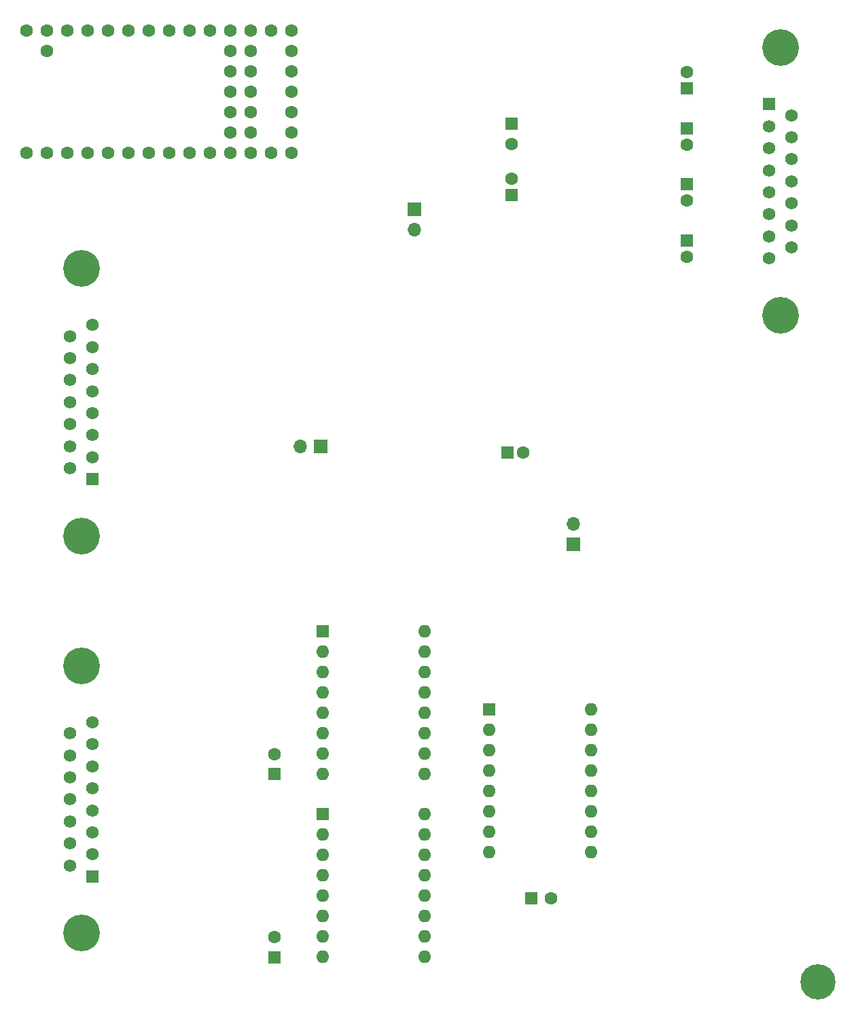
<source format=gbs>
G04 #@! TF.GenerationSoftware,KiCad,Pcbnew,9.0.0*
G04 #@! TF.CreationDate,2025-04-29T18:09:41-05:00*
G04 #@! TF.ProjectId,Mainboard,4d61696e-626f-4617-9264-2e6b69636164,rev?*
G04 #@! TF.SameCoordinates,Original*
G04 #@! TF.FileFunction,Soldermask,Bot*
G04 #@! TF.FilePolarity,Negative*
%FSLAX46Y46*%
G04 Gerber Fmt 4.6, Leading zero omitted, Abs format (unit mm)*
G04 Created by KiCad (PCBNEW 9.0.0) date 2025-04-29 18:09:41*
%MOMM*%
%LPD*%
G01*
G04 APERTURE LIST*
%ADD10R,1.700000X1.700000*%
%ADD11O,1.700000X1.700000*%
%ADD12O,1.600000X1.600000*%
%ADD13R,1.600000X1.600000*%
%ADD14C,1.600000*%
%ADD15C,0.700000*%
%ADD16C,4.400000*%
%ADD17C,4.572000*%
%ADD18C,1.561000*%
%ADD19R,1.561000X1.561000*%
G04 APERTURE END LIST*
D10*
G04 #@! TO.C,J6*
X170000000Y-58525000D03*
D11*
X170000000Y-61065000D03*
G04 #@! TD*
D12*
G04 #@! TO.C,A1*
X192035000Y-120835000D03*
X192035000Y-123375000D03*
X192035000Y-125915000D03*
X192035000Y-128455000D03*
X192035000Y-130995000D03*
X192035000Y-133535000D03*
X192035000Y-136075000D03*
X192035000Y-138615000D03*
X179335000Y-138615000D03*
X179335000Y-136075000D03*
X179335000Y-133535000D03*
X179335000Y-130995000D03*
X179335000Y-128455000D03*
X179335000Y-125915000D03*
X179335000Y-123375000D03*
D13*
X179335000Y-120835000D03*
G04 #@! TD*
D14*
G04 #@! TO.C,C80*
X187050000Y-144375000D03*
D13*
X184550000Y-144375000D03*
G04 #@! TD*
D15*
G04 #@! TO.C,H1*
X218683274Y-154833274D03*
X219166548Y-153666548D03*
X219166548Y-156000000D03*
X220333274Y-153183274D03*
D16*
X220333274Y-154833274D03*
D15*
X220333274Y-156483274D03*
X221500000Y-153666548D03*
X221500000Y-156000000D03*
X221983274Y-154833274D03*
G04 #@! TD*
D14*
G04 #@! TO.C,C85*
X182100000Y-50400000D03*
D13*
X182100000Y-47900000D03*
G04 #@! TD*
D11*
G04 #@! TO.C,J5*
X189800000Y-97735000D03*
D10*
X189800000Y-100275000D03*
G04 #@! TD*
D12*
G04 #@! TO.C,A2*
X171327000Y-111124000D03*
X171327000Y-113664000D03*
X171327000Y-116204000D03*
X171327000Y-118744000D03*
X171327000Y-121284000D03*
X171327000Y-123824000D03*
X171327000Y-126364000D03*
X171327000Y-128904000D03*
X158627000Y-128904000D03*
X158627000Y-126364000D03*
X158627000Y-123824000D03*
X158627000Y-121284000D03*
X158627000Y-118744000D03*
X158627000Y-116204000D03*
X158627000Y-113664000D03*
D13*
X158627000Y-111124000D03*
G04 #@! TD*
D14*
G04 #@! TO.C,C78*
X204000000Y-50500000D03*
D13*
X204000000Y-48500000D03*
G04 #@! TD*
D14*
G04 #@! TO.C,C84*
X182100000Y-54755100D03*
D13*
X182100000Y-56755100D03*
G04 #@! TD*
D11*
G04 #@! TO.C,J4*
X155760000Y-88135000D03*
D10*
X158300000Y-88135000D03*
G04 #@! TD*
D14*
G04 #@! TO.C,C79*
X152623000Y-126433400D03*
D13*
X152623000Y-128933400D03*
G04 #@! TD*
D17*
G04 #@! TO.C,J3*
X128500000Y-115416000D03*
X128500000Y-148741000D03*
D18*
X127077000Y-123849000D03*
X127077000Y-126592000D03*
X127077000Y-129336000D03*
X127077000Y-132079000D03*
X127077000Y-134822000D03*
X127077000Y-137565000D03*
X127077000Y-140308000D03*
X129922000Y-122478000D03*
X129922000Y-125221000D03*
X129922000Y-127964000D03*
X129922000Y-130707000D03*
X129922000Y-133450000D03*
X129922000Y-136194000D03*
X129922000Y-138937000D03*
D19*
X129922000Y-141680000D03*
G04 #@! TD*
D14*
G04 #@! TO.C,C81*
X204000000Y-57455100D03*
D13*
X204000000Y-55455100D03*
G04 #@! TD*
D17*
G04 #@! TO.C,J2*
X128500000Y-65916000D03*
X128500000Y-99241000D03*
D18*
X127077000Y-74349000D03*
X127077000Y-77092000D03*
X127077000Y-79836000D03*
X127077000Y-82579000D03*
X127077000Y-85322000D03*
X127077000Y-88065000D03*
X127077000Y-90808000D03*
X129922000Y-72978000D03*
X129922000Y-75721000D03*
X129922000Y-78464000D03*
X129922000Y-81207000D03*
X129922000Y-83950000D03*
X129922000Y-86694000D03*
X129922000Y-89437000D03*
D19*
X129922000Y-92180000D03*
G04 #@! TD*
D14*
G04 #@! TO.C,C77*
X204000000Y-41455100D03*
D13*
X204000000Y-43455100D03*
G04 #@! TD*
D14*
G04 #@! TO.C,C83*
X152623000Y-149274000D03*
D13*
X152623000Y-151774000D03*
G04 #@! TD*
D14*
G04 #@! TO.C,C82*
X204000000Y-64455100D03*
D13*
X204000000Y-62455100D03*
G04 #@! TD*
D17*
G04 #@! TO.C,J1*
X215627000Y-71733000D03*
X215627000Y-38408000D03*
D18*
X217050000Y-63300000D03*
X217050000Y-60557000D03*
X217050000Y-57813000D03*
X217050000Y-55070000D03*
X217050000Y-52327000D03*
X217050000Y-49584000D03*
X217050000Y-46841000D03*
X214205000Y-64671000D03*
X214205000Y-61928000D03*
X214205000Y-59185000D03*
X214205000Y-56442000D03*
X214205000Y-53699000D03*
X214205000Y-50955000D03*
X214205000Y-48212000D03*
D19*
X214205000Y-45469000D03*
G04 #@! TD*
D14*
G04 #@! TO.C,U1*
X147120000Y-49000000D03*
X149660000Y-49000000D03*
X147120000Y-46460000D03*
X149660000Y-46460000D03*
X147120000Y-43920000D03*
X149660000Y-43920000D03*
X147120000Y-41380000D03*
X149660000Y-41380000D03*
X147120000Y-38840000D03*
X149660000Y-38840000D03*
X124260000Y-38840000D03*
X121720000Y-36300000D03*
X124260000Y-36300000D03*
X126800000Y-36300000D03*
X129340000Y-36300000D03*
X131880000Y-36300000D03*
X134420000Y-36300000D03*
X136960000Y-36300000D03*
X139500000Y-36300000D03*
X142040000Y-36300000D03*
X144580000Y-36300000D03*
X147120000Y-36300000D03*
X149660000Y-36300000D03*
X152200000Y-36300000D03*
X154740000Y-36300000D03*
X154740000Y-38840000D03*
X154740000Y-41380000D03*
X154740000Y-43920000D03*
X154740000Y-46460000D03*
X154740000Y-49000000D03*
X154740000Y-51540000D03*
X152200000Y-51540000D03*
X149660000Y-51540000D03*
X147120000Y-51540000D03*
X144580000Y-51540000D03*
X142040000Y-51540000D03*
X139500000Y-51540000D03*
X136960000Y-51540000D03*
X134420000Y-51540000D03*
X131880000Y-51540000D03*
X129340000Y-51540000D03*
X126800000Y-51540000D03*
X124260000Y-51540000D03*
X121720000Y-51540000D03*
G04 #@! TD*
G04 #@! TO.C,C35*
X183595000Y-88905000D03*
D13*
X181595000Y-88905000D03*
G04 #@! TD*
D12*
G04 #@! TO.C,A3*
X171327000Y-133934000D03*
X171327000Y-136474000D03*
X171327000Y-139014000D03*
X171327000Y-141554000D03*
X171327000Y-144094000D03*
X171327000Y-146634000D03*
X171327000Y-149174000D03*
X171327000Y-151714000D03*
X158627000Y-151714000D03*
X158627000Y-149174000D03*
X158627000Y-146634000D03*
X158627000Y-144094000D03*
X158627000Y-141554000D03*
X158627000Y-139014000D03*
X158627000Y-136474000D03*
D13*
X158627000Y-133934000D03*
G04 #@! TD*
M02*

</source>
